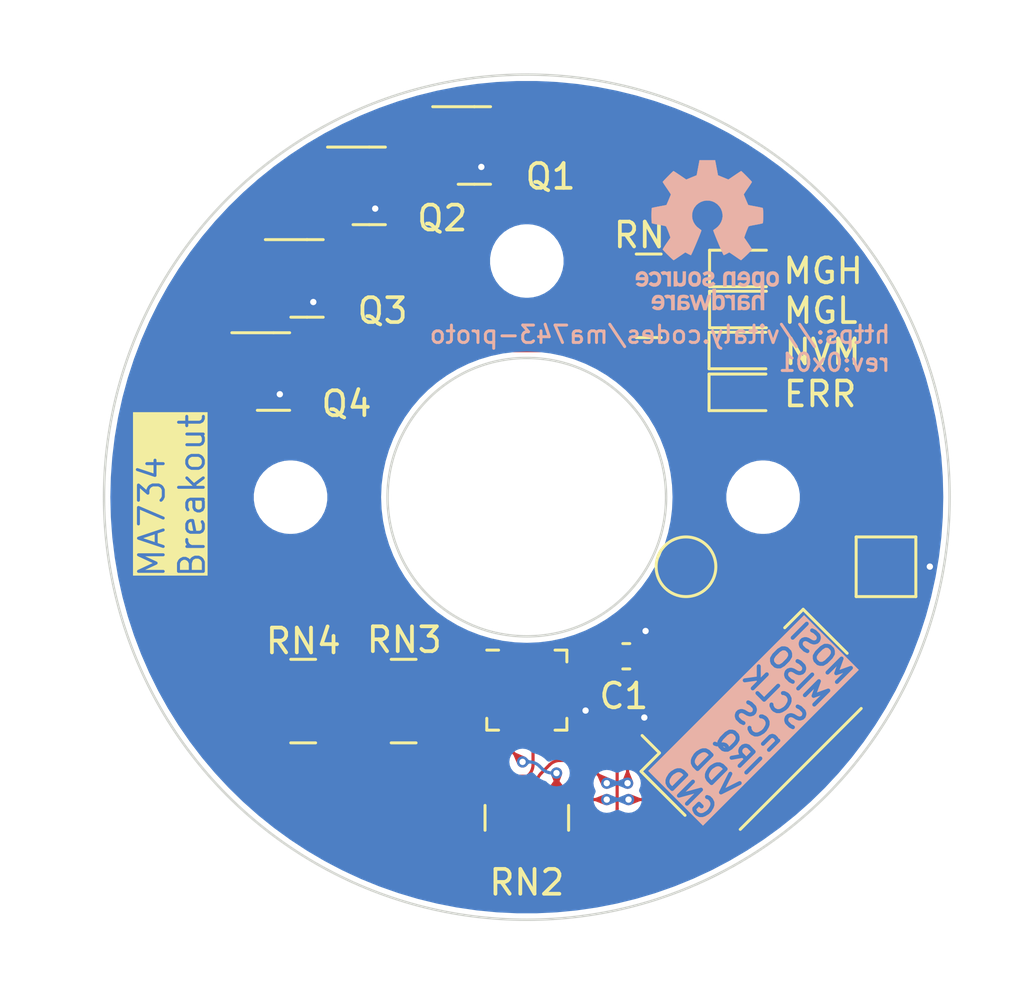
<source format=kicad_pcb>
(kicad_pcb (version 20221018) (generator pcbnew)
  (layers (0 "F.Cu" signal) (31 "B.Cu" signal) (34 "B.Paste" user) (35 "F.Paste" user) (36 "B.SilkS" user "B.Silkscreen") (37 "F.SilkS" user "F.Silkscreen") (38 "B.Mask" user) (39 "F.Mask" user) (44 "Edge.Cuts" user))
  (net 0 "")
  (net 1 "VDD")
  (net 2 "GND")
  (net 3 "Net-(D1-K)")
  (net 4 "Net-(D2-K)")
  (net 5 "Net-(D3-K)")
  (net 6 "Net-(D4-K)")
  (net 7 "Net-(J1-Pin_3)")
  (net 8 "Net-(J1-Pin_4)")
  (net 9 "Net-(J1-Pin_5)")
  (net 10 "Net-(J1-Pin_6)")
  (net 11 "Net-(J1-Pin_7)")
  (net 12 "Net-(Q1-G)")
  (net 13 "Net-(Q1-D)")
  (net 14 "Net-(Q2-G)")
  (net 15 "Net-(Q2-D)")
  (net 16 "Net-(Q3-G)")
  (net 17 "Net-(Q3-D)")
  (net 18 "Net-(Q4-G)")
  (net 19 "Net-(Q4-D)")
  (net 20 "Net-(RN2-R1.1)")
  (net 21 "Net-(RN2-R2.1)")
  (net 22 "Net-(RN2-R3.1)")
  (net 23 "Net-(RN2-R4.1)")
  (net 25 "Net-(RN3-R2.1)")
  (net 26 "Net-(RN3-R3.1)")
  (net 27 "Net-(RN3-R4.1)")
  (net 28 "Net-(RN3-R3.2)")
  (net 29 "Net-(RN3-R2.2)")
  (net 31 "Net-(RN4-R4.2)")
  (net 32 "Net-(RN4-R3.2)")
  (footprint "Package_DFN_QFN:QFN-16-1EP_3x3mm_P0.5mm_EP1.75x1.75mm" (layer "F.Cu") (at 100 107.7625)
    (fp_text reference "U1" hide)
    (fp_text value "MA734")
    (pad "1" smd roundrect (at -1.4625 -0.75) (size 0.775 0.25) (layers "F.Cu" "F.Paste" "F.Mask") (net 27 "Net-(RN3-R4.1)"))
    (pad "2" smd roundrect (at -1.4625 -0.25) (size 0.775 0.25) (layers "F.Cu" "F.Paste" "F.Mask") (net 26 "Net-(RN3-R3.1)"))
    (pad "3" smd roundrect (at -1.4625 0.25) (size 0.775 0.25) (layers "F.Cu" "F.Paste" "F.Mask") (net 25 "Net-(RN3-R2.1)"))
    (pad "4" smd roundrect (at -1.4625 0.75) (size 0.775 0.25) (layers "F.Cu" "F.Paste" "F.Mask") (net 23 "Net-(RN2-R4.1)"))
    (pad "5" smd roundrect (at -0.75 1.4625) (size 0.25 0.775) (layers "F.Cu" "F.Paste" "F.Mask") (net 20 "Net-(RN2-R1.1)"))
    (pad "6" smd roundrect (at -0.25 1.4625) (size 0.25 0.775) (layers "F.Cu" "F.Paste" "F.Mask"))
    (pad "7" smd roundrect (at 0.25 1.4625) (size 0.25 0.775) (layers "F.Cu" "F.Paste" "F.Mask") (net 22 "Net-(RN2-R3.1)"))
    (pad "8" smd roundrect (at 0.75 1.4625) (size 0.25 0.775) (layers "F.Cu" "F.Paste" "F.Mask") (net 2 "GND"))
    (pad "9" smd roundrect (at 1.4625 0.75) (size 0.775 0.25) (layers "F.Cu" "F.Paste" "F.Mask"))
    (pad "10" smd roundrect (at 1.4625 0.25) (size 0.775 0.25) (layers "F.Cu" "F.Paste" "F.Mask") (net 2 "GND"))
    (pad "11" smd roundrect (at 1.4625 -0.25) (size 0.775 0.25) (layers "F.Cu" "F.Paste" "F.Mask") (net 32 "Net-(RN4-R3.2)"))
    (pad "12" smd roundrect (at 1.4625 -0.75) (size 0.775 0.25) (layers "F.Cu" "F.Paste" "F.Mask") (net 21 "Net-(RN2-R2.1)"))
    (pad "13" smd roundrect (at 0.75 -1.4625) (size 0.25 0.775) (layers "F.Cu" "F.Paste" "F.Mask") (net 1 "VDD"))
    (pad "14" smd roundrect (at 0.25 -1.4625) (size 0.25 0.775) (layers "F.Cu" "F.Paste" "F.Mask"))
    (pad "15" smd roundrect (at -0.25 -1.4625) (size 0.25 0.775) (layers "F.Cu" "F.Paste" "F.Mask"))
    (pad "16" smd roundrect (at -0.75 -1.4625) (size 0.25 0.775) (layers "F.Cu" "F.Paste" "F.Mask") (net 31 "Net-(RN4-R4.2)"))
    (pad "17" smd rect (at 0 0) (size 1.75 1.75) (layers "F.Cu" "F.Mask"))
  )
  (footprint "MountingHole:MountingHole_2.7mm_M2.5_DIN965" (layer "F.Cu") (at 109.5 100)
    (fp_text reference "REF**" hide)
    (fp_text value "MountingHole_2.7mm_M2.5_DIN965" hide)
    (pad "" np_thru_hole circle (at 0 0) (size 2.7 2.7) (drill 2.7) (layers "*.Cu" "*.Mask"))
  )
  (footprint "MountingHole:MountingHole_2.7mm_M2.5_DIN965" (layer "F.Cu") (at 100 90.5)
    (fp_text reference "REF**" hide)
    (fp_text value "MountingHole_2.7mm_M2.5_DIN965" hide)
    (pad "" np_thru_hole circle (at 0 0) (size 2.7 2.7) (drill 2.7) (layers "*.Cu" "*.Mask"))
  )
  (footprint "Resistor_SMD:R_Array_Convex_4x0603" (layer "F.Cu") (at 95.0468 108.204 180)
    (fp_text reference "RN3" (at -0.0254 2.4638 180) (layer "F.SilkS"))
    (fp_text value "190Ω")
    (pad "1" smd rect (at -0.9 -1.2 180) (size 0.8 0.5) (layers "F.Cu" "F.Paste" "F.Mask"))
    (pad "2" smd rect (at -0.9 -0.4 180) (size 0.8 0.4) (layers "F.Cu" "F.Paste" "F.Mask") (net 25 "Net-(RN3-R2.1)"))
    (pad "3" smd rect (at -0.9 0.4 180) (size 0.8 0.4) (layers "F.Cu" "F.Paste" "F.Mask") (net 26 "Net-(RN3-R3.1)"))
    (pad "4" smd rect (at -0.9 1.2 180) (size 0.8 0.5) (layers "F.Cu" "F.Paste" "F.Mask") (net 27 "Net-(RN3-R4.1)"))
    (pad "5" smd rect (at 0.9 1.2 180) (size 0.8 0.5) (layers "F.Cu" "F.Paste" "F.Mask") (net 7 "Net-(J1-Pin_3)"))
    (pad "6" smd rect (at 0.9 0.4 180) (size 0.8 0.4) (layers "F.Cu" "F.Paste" "F.Mask") (net 28 "Net-(RN3-R3.2)"))
    (pad "7" smd rect (at 0.9 -0.4 180) (size 0.8 0.4) (layers "F.Cu" "F.Paste" "F.Mask") (net 29 "Net-(RN3-R2.2)"))
    (pad "8" smd rect (at 0.9 -1.2 180) (size 0.8 0.5) (layers "F.Cu" "F.Paste" "F.Mask"))
  )
  (footprint "LED_SMD:LED_0603_1608Metric" (layer "F.Cu") (at 108.8324 92.4504)
    (fp_text reference "D2" hide)
    (fp_text value "MGL" (at 2.9801 0.0496) (layer "F.SilkS"))
    (pad "1" smd roundrect (at -0.7875 0) (size 0.875 0.95) (layers "F.Cu" "F.Paste" "F.Mask") (net 4 "Net-(D2-K)"))
    (pad "2" smd roundrect (at 0.7875 0) (size 0.875 0.95) (layers "F.Cu" "F.Paste" "F.Mask") (net 1 "VDD"))
  )
  (footprint "LED_SMD:LED_0603_1608Metric" (layer "F.Cu") (at 108.8125 94.1)
    (fp_text reference "D3" hide)
    (fp_text value "NVM" (at 3.0801 0.0596) (layer "F.SilkS"))
    (pad "1" smd roundrect (at -0.7875 0) (size 0.875 0.95) (layers "F.Cu" "F.Paste" "F.Mask") (net 5 "Net-(D3-K)"))
    (pad "2" smd roundrect (at 0.7875 0) (size 0.875 0.95) (layers "F.Cu" "F.Paste" "F.Mask") (net 1 "VDD"))
  )
  (footprint "LED_SMD:LED_0603_1608Metric" (layer "F.Cu") (at 108.8324 90.8)
    (fp_text reference "D1" hide)
    (fp_text value "MGH" (at 3.0801 0.1) (layer "F.SilkS"))
    (pad "1" smd roundrect (at -0.7875 0) (size 0.875 0.95) (layers "F.Cu" "F.Paste" "F.Mask") (net 3 "Net-(D1-K)"))
    (pad "2" smd roundrect (at 0.7875 0) (size 0.875 0.95) (layers "F.Cu" "F.Paste" "F.Mask") (net 1 "VDD"))
  )
  (footprint "Connector_JST:JST_SH_SM07B-SRSS-TB_1x07-1MP_P1.00mm_Horizontal" (layer "F.Cu") (at 109.114734 109.033616 45)
    (fp_text reference "J1" hide)
    (fp_text value "Control")
    (pad "1" smd roundrect (at -3 -2 45) (size 0.6 1.55) (layers "F.Cu" "F.Paste" "F.Mask") (net 2 "GND"))
    (pad "2" smd roundrect (at -2 -2 45) (size 0.6 1.55) (layers "F.Cu" "F.Paste" "F.Mask") (net 1 "VDD"))
    (pad "3" smd roundrect (at -1 -2 45) (size 0.6 1.55) (layers "F.Cu" "F.Paste" "F.Mask") (net 7 "Net-(J1-Pin_3)"))
    (pad "4" smd roundrect (at 0 -2 45) (size 0.6 1.55) (layers "F.Cu" "F.Paste" "F.Mask") (net 8 "Net-(J1-Pin_4)"))
    (pad "5" smd roundrect (at 1 -2 45) (size 0.6 1.55) (layers "F.Cu" "F.Paste" "F.Mask") (net 9 "Net-(J1-Pin_5)"))
    (pad "6" smd roundrect (at 2 -2 45) (size 0.6 1.55) (layers "F.Cu" "F.Paste" "F.Mask") (net 10 "Net-(J1-Pin_6)"))
    (pad "7" smd roundrect (at 3 -2 45) (size 0.6 1.55) (layers "F.Cu" "F.Paste" "F.Mask") (net 11 "Net-(J1-Pin_7)"))
    (pad "MP" smd roundrect (at -4.3 1.875 45) (size 1.2 1.8) (layers "F.Cu" "F.Paste" "F.Mask") (roundrect_rratio 0.2083333333))
    (pad "MP" smd roundrect (at 4.3 1.875 45) (size 1.2 1.8) (layers "F.Cu" "F.Paste" "F.Mask") (roundrect_rratio 0.2083333333))
  )
  (footprint "Capacitor_SMD:C_0603_1608Metric" (layer "F.Cu") (at 104 106.4)
    (fp_text reference "C1" (at -0.1 1.6) (layer "F.SilkS"))
    (fp_text value "10uF")
    (pad "1" smd roundrect (at -0.775 0) (size 0.9 0.95) (layers "F.Cu" "F.Paste" "F.Mask") (net 1 "VDD"))
    (pad "2" smd roundrect (at 0.775 0) (size 0.9 0.95) (layers "F.Cu" "F.Paste" "F.Mask") (net 2 "GND"))
  )
  (footprint "Resistor_SMD:R_Array_Convex_4x0603" (layer "F.Cu") (at 104.9 91.9 180)
    (fp_text reference "RN1" (at -0.1036 2.4412 180) (layer "F.SilkS"))
    (fp_text value "190Ω")
    (pad "1" smd rect (at -0.9 -1.2 180) (size 0.8 0.5) (layers "F.Cu" "F.Paste" "F.Mask") (net 6 "Net-(D4-K)"))
    (pad "2" smd rect (at -0.9 -0.4 180) (size 0.8 0.4) (layers "F.Cu" "F.Paste" "F.Mask") (net 5 "Net-(D3-K)"))
    (pad "3" smd rect (at -0.9 0.4 180) (size 0.8 0.4) (layers "F.Cu" "F.Paste" "F.Mask") (net 4 "Net-(D2-K)"))
    (pad "4" smd rect (at -0.9 1.2 180) (size 0.8 0.5) (layers "F.Cu" "F.Paste" "F.Mask") (net 3 "Net-(D1-K)"))
    (pad "5" smd rect (at 0.9 1.2 180) (size 0.8 0.5) (layers "F.Cu" "F.Paste" "F.Mask") (net 13 "Net-(Q1-D)"))
    (pad "6" smd rect (at 0.9 0.4 180) (size 0.8 0.4) (layers "F.Cu" "F.Paste" "F.Mask") (net 15 "Net-(Q2-D)"))
    (pad "7" smd rect (at 0.9 -0.4 180) (size 0.8 0.4) (layers "F.Cu" "F.Paste" "F.Mask") (net 17 "Net-(Q3-D)"))
    (pad "8" smd rect (at 0.9 -1.2 180) (size 0.8 0.5) (layers "F.Cu" "F.Paste" "F.Mask") (net 19 "Net-(Q4-D)"))
  )
  (footprint "Package_TO_SOT_SMD:SOT-23" (layer "F.Cu") (at 91.1625 91.2)
    (fp_text reference "Q3" (at 3.0375 1.3) (layer "F.SilkS"))
    (fp_text value "PMV15ENEA")
    (pad "1" smd roundrect (at -0.9375 -0.95) (size 1.475 0.6) (layers "F.Cu" "F.Paste" "F.Mask") (net 16 "Net-(Q3-G)"))
    (pad "2" smd roundrect (at -0.9375 0.95) (size 1.475 0.6) (layers "F.Cu" "F.Paste" "F.Mask") (net 2 "GND"))
    (pad "3" smd roundrect (at 0.9375 0) (size 1.475 0.6) (layers "F.Cu" "F.Paste" "F.Mask") (net 17 "Net-(Q3-D)"))
  )
  (footprint "Resistor_SMD:R_Array_Convex_4x0603" (layer "F.Cu") (at 91.0082 108.204)
    (fp_text reference "RN4" (at 0.005082 -2.413 180) (layer "F.SilkS"))
    (fp_text value "10KΩ")
    (pad "1" smd rect (at -0.9 -1.2) (size 0.8 0.5) (layers "F.Cu" "F.Paste" "F.Mask") (net 18 "Net-(Q4-G)"))
    (pad "2" smd rect (at -0.9 -0.4) (size 0.8 0.4) (layers "F.Cu" "F.Paste" "F.Mask") (net 16 "Net-(Q3-G)"))
    (pad "3" smd rect (at -0.9 0.4) (size 0.8 0.4) (layers "F.Cu" "F.Paste" "F.Mask") (net 14 "Net-(Q2-G)"))
    (pad "4" smd rect (at -0.9 1.2) (size 0.8 0.5) (layers "F.Cu" "F.Paste" "F.Mask") (net 12 "Net-(Q1-G)"))
    (pad "5" smd rect (at 0.9 1.2) (size 0.8 0.5) (layers "F.Cu" "F.Paste" "F.Mask") (net 31 "Net-(RN4-R4.2)"))
    (pad "6" smd rect (at 0.9 0.4) (size 0.8 0.4) (layers "F.Cu" "F.Paste" "F.Mask") (net 32 "Net-(RN4-R3.2)"))
    (pad "7" smd rect (at 0.9 -0.4) (size 0.8 0.4) (layers "F.Cu" "F.Paste" "F.Mask") (net 29 "Net-(RN3-R2.2)"))
    (pad "8" smd rect (at 0.9 -1.2) (size 0.8 0.5) (layers "F.Cu" "F.Paste" "F.Mask") (net 28 "Net-(RN3-R3.2)"))
  )
  (footprint "Package_TO_SOT_SMD:SOT-23" (layer "F.Cu") (at 93.6625 87.4776)
    (fp_text reference "Q2" (at 2.9375 1.3 180) (layer "F.SilkS"))
    (fp_text value "PMV15ENEA")
    (pad "1" smd roundrect (at -0.9375 -0.95) (size 1.475 0.6) (layers "F.Cu" "F.Paste" "F.Mask") (net 14 "Net-(Q2-G)"))
    (pad "2" smd roundrect (at -0.9375 0.95) (size 1.475 0.6) (layers "F.Cu" "F.Paste" "F.Mask") (net 2 "GND"))
    (pad "3" smd roundrect (at 0.9375 0) (size 1.475 0.6) (layers "F.Cu" "F.Paste" "F.Mask") (net 15 "Net-(Q2-D)"))
  )
  (footprint "TestPoint:TestPoint_Pad_2.0x2.0mm" (layer "F.Cu") (at 114.441833 102.8)
    (fp_text reference "TP2" hide)
    (fp_text value "GND" hide)
    (pad "1" smd rect (at 0 0) (size 2 2) (layers "F.Cu" "F.Mask") (net 2 "GND"))
  )
  (footprint "Package_TO_SOT_SMD:SOT-23" (layer "F.Cu") (at 97.8916 85.852)
    (fp_text reference "Q1" (at 3.0625 1.25 180) (layer "F.SilkS"))
    (fp_text value "PMV15ENEA")
    (pad "1" smd roundrect (at -0.9375 -0.95) (size 1.475 0.6) (layers "F.Cu" "F.Paste" "F.Mask") (net 12 "Net-(Q1-G)"))
    (pad "2" smd roundrect (at -0.9375 0.95) (size 1.475 0.6) (layers "F.Cu" "F.Paste" "F.Mask") (net 2 "GND"))
    (pad "3" smd roundrect (at 0.9375 0) (size 1.475 0.6) (layers "F.Cu" "F.Paste" "F.Mask") (net 13 "Net-(Q1-D)"))
  )
  (footprint "Package_TO_SOT_SMD:SOT-23" (layer "F.Cu") (at 89.8144 94.9452)
    (fp_text reference "Q4" (at 2.9375 1.3) (layer "F.SilkS"))
    (fp_text value "PMV15ENEA")
    (pad "1" smd roundrect (at -0.9375 -0.95) (size 1.475 0.6) (layers "F.Cu" "F.Paste" "F.Mask") (net 18 "Net-(Q4-G)"))
    (pad "2" smd roundrect (at -0.9375 0.95) (size 1.475 0.6) (layers "F.Cu" "F.Paste" "F.Mask") (net 2 "GND"))
    (pad "3" smd roundrect (at 0.9375 0) (size 1.475 0.6) (layers "F.Cu" "F.Paste" "F.Mask") (net 19 "Net-(Q4-D)"))
  )
  (footprint "Resistor_SMD:R_Array_Convex_4x0603" (layer "F.Cu") (at 100 112.9 -90)
    (fp_text reference "RN2" (at 2.6 0 -180) (layer "F.SilkS"))
    (fp_text value "190Ω")
    (pad "1" smd rect (at -0.9 -1.2 270) (size 0.8 0.5) (layers "F.Cu" "F.Paste" "F.Mask") (net 20 "Net-(RN2-R1.1)"))
    (pad "2" smd rect (at -0.9 -0.4 270) (size 0.8 0.4) (layers "F.Cu" "F.Paste" "F.Mask") (net 21 "Net-(RN2-R2.1)"))
    (pad "3" smd rect (at -0.9 0.4 270) (size 0.8 0.4) (layers "F.Cu" "F.Paste" "F.Mask") (net 22 "Net-(RN2-R3.1)"))
    (pad "4" smd rect (at -0.9 1.2 270) (size 0.8 0.5) (layers "F.Cu" "F.Paste" "F.Mask") (net 23 "Net-(RN2-R4.1)"))
    (pad "5" smd rect (at 0.9 1.2 270) (size 0.8 0.5) (layers "F.Cu" "F.Paste" "F.Mask") (net 11 "Net-(J1-Pin_7)"))
    (pad "6" smd rect (at 0.9 0.4 270) (size 0.8 0.4) (layers "F.Cu" "F.Paste" "F.Mask") (net 10 "Net-(J1-Pin_6)"))
    (pad "7" smd rect (at 0.9 -0.4 270) (size 0.8 0.4) (layers "F.Cu" "F.Paste" "F.Mask") (net 9 "Net-(J1-Pin_5)"))
    (pad "8" smd rect (at 0.9 -1.2 270) (size 0.8 0.5) (layers "F.Cu" "F.Paste" "F.Mask") (net 8 "Net-(J1-Pin_4)"))
  )
  (footprint "MountingHole:MountingHole_2.7mm_M2.5_DIN965" (layer "F.Cu") (at 90.5 100)
    (fp_text reference "REF**" hide)
    (fp_text value "MountingHole_2.7mm_M2.5_DIN965" hide)
    (pad "" np_thru_hole circle (at 0 0) (size 2.7 2.7) (drill 2.7) (layers "*.Cu" "*.Mask"))
  )
  (footprint "TestPoint:TestPoint_Pad_D2.0mm" (layer "F.Cu") (at 106.4 102.8)
    (fp_text reference "TP1" hide)
    (fp_text value "VDD" hide)
    (pad "1" smd circle (at 0 0) (size 2 2) (layers "F.Cu" "F.Mask") (net 1 "VDD"))
  )
  (footprint "LED_SMD:LED_0603_1608Metric" (layer "F.Cu") (at 108.8125 95.7834)
    (fp_text reference "D4" hide)
    (fp_text value "ERR" (at 2.9801 0.0696) (layer "F.SilkS"))
    (pad "1" smd roundrect (at -0.7875 0) (size 0.875 0.95) (layers "F.Cu" "F.Paste" "F.Mask") (net 6 "Net-(D4-K)"))
    (pad "2" smd roundrect (at 0.7875 0) (size 0.875 0.95) (layers "F.Cu" "F.Paste" "F.Mask") (net 1 "VDD"))
  )
  (footprint "Symbol:OSHW-Logo_5.7x6mm_SilkScreen" (layer "B.Cu") (at 107.2642 89.4588 180)
    (fp_text reference "REF**" hide)
    (fp_text value "OSHW-Logo_5.7x6mm_SilkScreen" hide)
  )
  (gr_circle (center 100 100) (end 105.6 100) (stroke (width 0.1)) (fill none) (layer "Edge.Cuts"))
  (gr_circle (center 100 100) (end 117 100) (stroke (width 0.1)) (fill none) (layer "Edge.Cuts"))
  (gr_text "https://vitaly.codes/ma743-proto\nrev:0x01" (at 114.681 94.996) (layer "B.SilkS") (effects (font (size 0.7 0.7) (thickness 0.12) bold) (justify left bottom mirror)))
  (gr_text "MOSI\nMISO\nSCLK\nnCS\nIRQ\nVDD\nGND" (at 107.1372 113.1824 315) (layer "B.SilkS" knockout) (effects (font (size 0.8 0.8) (thickness 0.16) bold) (justify left bottom mirror)))
  (gr_text "MA734\nBreakout" (at 87.122 103.3018 90) (layer "F.SilkS" knockout) (effects (font (size 1 1) (thickness 0.12) bold) (justify left bottom)))
  (segment (start 106.4 98.848528) (end 106.4 102.8) (width 0.3) (layer "F.Cu") (net 1))
  (segment (start 105.228427 107.975736) (end 106.286307 109.033616) (width 0.3) (layer "F.Cu") (net 1))
  (segment (start 109.6 95.7834) (end 109.598366 95.785034) (width 0.3) (layer "F.Cu") (net 1))
  (segment (start 108.920272 97.2312) (end 108.017328 97.2312) (width 0.3) (layer "F.Cu") (net 1))
  (segment (start 109.598366 95.785034) (end 109.598366 96.630249) (width 0.3) (layer "F.Cu") (net 1))
  (segment (start 107.593064 97.406936) (end 106.575736 98.424264) (width 0.3) (layer "F.Cu") (net 1))
  (segment (start 109.6199 90.8) (end 109.6199 92.4504) (width 0.3) (layer "F.Cu") (net 1))
  (segment (start 106.4 102.8) (end 106.363528 102.8) (width 0.3) (layer "F.Cu") (net 1))
  (segment (start 103.225 105.938528) (end 103.225 106.4) (width 0.3) (layer "F.Cu") (net 1))
  (segment (start 105.939264 102.975736) (end 103.400736 105.514264) (width 0.3) (layer "F.Cu") (net 1))
  (segment (start 103.400736 107.400736) (end 103.624264 107.624264) (width 0.3) (layer "F.Cu") (net 1))
  (segment (start 103.225 106.4) (end 103.225 106.976472) (width 0.3) (layer "F.Cu") (net 1))
  (segment (start 109.424264 96.975736) (end 109.344536 97.055464) (width 0.3) (layer "F.Cu") (net 1))
  (segment (start 109.6199 94.0801) (end 109.6 94.1) (width 0.3) (layer "F.Cu") (net 1))
  (segment (start 109.6 94.1) (end 109.6 95.7834) (width 0.3) (layer "F.Cu") (net 1))
  (segment (start 104.048528 107.8) (end 104.804163 107.8) (width 0.3) (layer "F.Cu") (net 1))
  (segment (start 103.125 106.3) (end 103.225 106.4) (width 0.127) (layer "F.Cu") (net 1))
  (segment (start 100.75 106.3) (end 103.125 106.3) (width 0.3) (layer "F.Cu") (net 1))
  (segment (start 109.6199 92.4504) (end 109.6199 94.0801) (width 0.3) (layer "F.Cu") (net 1))
  (arc (start 103.400736 105.514264) (mid 103.270672 105.708918) (end 103.225 105.938528) (width 0.3) (layer "F.Cu") (net 1))
  (arc (start 109.598366 96.630249) (mid 109.538116 96.816843) (end 109.424264 96.975736) (width 0.3) (layer "F.Cu") (net 1))
  (arc (start 106.575736 98.424264) (mid 106.445672 98.618918) (end 106.4 98.848528) (width 0.3) (layer "F.Cu") (net 1))
  (arc (start 104.804163 107.8) (mid 105.033773 107.845672) (end 105.228427 107.975736) (width 0.3) (layer "F.Cu") (net 1))
  (arc (start 109.344536 97.055464) (mid 109.149882 97.185528) (end 108.920272 97.2312) (width 0.3) (layer "F.Cu") (net 1))
  (arc (start 104.048528 107.8) (mid 103.818918 107.754328) (end 103.624264 107.624264) (width 0.3) (layer "F.Cu") (net 1))
  (arc (start 106.363528 102.8) (mid 106.133918 102.845672) (end 105.939264 102.975736) (width 0.3) (layer "F.Cu") (net 1))
  (arc (start 103.400736 107.400736) (mid 103.270672 107.206082) (end 103.225 106.976472) (width 0.3) (layer "F.Cu") (net 1))
  (arc (start 108.017328 97.2312) (mid 107.787718 97.276872) (end 107.593064 97.406936) (width 0.3) (layer "F.Cu") (net 1))
  (segment (start 102.362 108.971472) (end 102.289208 109.044264) (width 0.3) (layer "F.Cu") (net 2))
  (segment (start 104.775 106.4) (end 104.775 105.3846) (width 0.3) (layer "F.Cu") (net 2))
  (segment (start 104.7242 108.8644) (end 104.7242 108.885723) (width 0.3) (layer "F.Cu") (net 2))
  (segment (start 116.1988 102.8) (end 114.441833 102.8) (width 0.3) (layer "F.Cu") (net 2))
  (segment (start 102.362 108.585) (end 102.362 108.206292) (width 0.3) (layer "F.Cu") (net 2))
  (segment (start 100.75 109.225) (end 100.755 109.22) (width 0.127) (layer "F.Cu") (net 2))
  (segment (start 101.921972 108.0125) (end 101.4625 108.0125) (width 0.3) (layer "F.Cu") (net 2))
  (segment (start 90.0684 95.8596) (end 90.0328 95.8952) (width 0.3) (layer "F.Cu") (net 2))
  (segment (start 98.0846 86.802) (end 96.9541 86.802) (width 0.3) (layer "F.Cu") (net 2))
  (segment (start 90.225 92.15) (end 91.4146 92.15) (width 0.3) (layer "F.Cu") (net 2))
  (segment (start 92.862 88.392) (end 92.735 88.265) (width 0.3) (layer "F.Cu") (net 2))
  (segment (start 93.9038 88.392) (end 92.862 88.392) (width 0.3) (layer "F.Cu") (net 2))
  (segment (start 90.0328 95.8952) (end 88.8769 95.8952) (width 0.3) (layer "F.Cu") (net 2))
  (segment (start 116.205 102.7938) (end 116.1988 102.8) (width 0.3) (layer "F.Cu") (net 2))
  (segment (start 101.864944 109.22) (end 100.755 109.22) (width 0.3) (layer "F.Cu") (net 2))
  (segment (start 102.362 108.585) (end 102.362 108.971472) (width 0.3) (layer "F.Cu") (net 2))
  (segment (start 102.362 108.206292) (end 102.289386 108.133678) (width 0.3) (layer "F.Cu") (net 2))
  (segment (start 98.171 86.7156) (end 98.0846 86.802) (width 0.3) (layer "F.Cu") (net 2))
  (segment (start 104.7242 108.885723) (end 105.5792 109.740723) (width 0.3) (layer "F.Cu") (net 2))
  (via (at 116.205 102.7938) (size 0.4572) (drill 0.254) (layers "F.Cu" "B.Cu") (net 2))
  (via (at 93.9038 88.392) (size 0.4572) (drill 0.254) (layers "F.Cu" "B.Cu") (net 2))
  (via (at 102.362 108.585) (size 0.5) (drill 0.254) (layers "F.Cu" "B.Cu") (net 2))
  (via (at 91.4146 92.15) (size 0.4572) (drill 0.254) (layers "F.Cu" "B.Cu") (net 2))
  (via (at 104.775 105.3846) (size 0.4572) (drill 0.254) (layers "F.Cu" "B.Cu") (net 2))
  (via (at 98.171 86.7156) (size 0.4572) (drill 0.254) (layers "F.Cu" "B.Cu") (net 2))
  (via (at 104.7242 108.8644) (size 0.4572) (drill 0.254) (layers "F.Cu" "B.Cu") (net 2))
  (via (at 90.0684 95.8596) (size 0.4572) (drill 0.254) (layers "F.Cu" "B.Cu") (net 2))
  (arc (start 102.289208 109.044264) (mid 102.094554 109.174328) (end 101.864944 109.22) (width 0.3) (layer "F.Cu") (net 2))
  (arc (start 102.289386 108.133678) (mid 102.11484 108.044334) (end 101.921972 108.0125) (width 0.3) (layer "F.Cu") (net 2))
  (segment (start 108.0449 90.8) (end 107.9449 90.7) (width 0.127) (layer "F.Cu") (net 3))
  (segment (start 107.9449 90.7) (end 105.8 90.7) (width 0.127) (layer "F.Cu") (net 3))
  (segment (start 105.8 91.5) (end 106.251472 91.5) (width 0.127) (layer "F.Cu") (net 4))
  (segment (start 107.698928 92.4504) (end 108.0449 92.4504) (width 0.127) (layer "F.Cu") (net 4))
  (segment (start 106.675736 91.675736) (end 107.274664 92.274664) (width 0.127) (layer "F.Cu") (net 4))
  (arc (start 106.675736 91.675736) (mid 106.481082 91.545672) (end 106.251472 91.5) (width 0.127) (layer "F.Cu") (net 4))
  (arc (start 107.274664 92.274664) (mid 107.469318 92.404728) (end 107.698928 92.4504) (width 0.127) (layer "F.Cu") (net 4))
  (segment (start 106.675736 92.475736) (end 107.849264 93.649264) (width 0.127) (layer "F.Cu") (net 5))
  (segment (start 105.8 92.3) (end 106.251472 92.3) (width 0.127) (layer "F.Cu") (net 5))
  (segment (start 108.025 94.073528) (end 108.025 94.1) (width 0.127) (layer "F.Cu") (net 5))
  (arc (start 108.025 94.073528) (mid 107.979328 93.843918) (end 107.849264 93.649264) (width 0.127) (layer "F.Cu") (net 5))
  (arc (start 106.675736 92.475736) (mid 106.481082 92.345672) (end 106.251472 92.3) (width 0.127) (layer "F.Cu") (net 5))
  (segment (start 106.675736 93.275736) (end 107.024264 93.624264) (width 0.127) (layer "F.Cu") (net 6))
  (segment (start 107.375736 95.075736) (end 108.025 95.725) (width 0.127) (layer "F.Cu") (net 6))
  (segment (start 108.025 95.725) (end 108.025 95.7834) (width 0.127) (layer "F.Cu") (net 6))
  (segment (start 105.8 93.1) (end 106.251472 93.1) (width 0.127) (layer "F.Cu") (net 6))
  (segment (start 107.2 94.048528) (end 107.2 94.651472) (width 0.127) (layer "F.Cu") (net 6))
  (arc (start 107.2 94.651472) (mid 107.245672 94.881082) (end 107.375736 95.075736) (width 0.127) (layer "F.Cu") (net 6))
  (arc (start 107.024264 93.624264) (mid 107.154328 93.818918) (end 107.2 94.048528) (width 0.127) (layer "F.Cu") (net 6))
  (arc (start 106.251472 93.1) (mid 106.481082 93.145672) (end 106.675736 93.275736) (width 0.127) (layer "F.Cu") (net 6))
  (segment (start 94.812 107.004) (end 94.1468 107.004) (width 0.127) (layer "F.Cu") (net 7))
  (segment (start 104.0892 112.1664) (end 105.296969 112.1664) (width 0.127) (layer "F.Cu") (net 7))
  (segment (start 105.721233 111.990664) (end 107.672664 110.039233) (width 0.127) (layer "F.Cu") (net 7))
  (segment (start 102.237064 112.342136) (end 101.978936 112.600264) (width 0.127) (layer "F.Cu") (net 7))
  (segment (start 101.554672 112.776) (end 96.057328 112.776) (width 0.127) (layer "F.Cu") (net 7))
  (segment (start 95.633064 112.600264) (end 95.222536 112.189736) (width 0.127) (layer "F.Cu") (net 7))
  (segment (start 107.672664 109.005759) (end 106.993414 108.326509) (width 0.127) (layer "F.Cu") (net 7))
  (segment (start 103.2134 112.1664) (end 102.661328 112.1664) (width 0.127) (layer "F.Cu") (net 7))
  (segment (start 94.871064 107.063064) (end 94.812 107.004) (width 0.127) (layer "F.Cu") (net 7))
  (segment (start 107.8484 109.614969) (end 107.8484 109.430023) (width 0.127) (layer "F.Cu") (net 7))
  (segment (start 95.0468 111.765472) (end 95.0468 107.487328) (width 0.127) (layer "F.Cu") (net 7))
  (via (at 104.0892 112.1664) (size 0.4572) (drill 0.254) (layers "F.Cu" "B.Cu") (net 7))
  (via (at 103.2134 112.1664) (size 0.4572) (drill 0.254) (layers "F.Cu" "B.Cu") (net 7))
  (arc (start 107.8484 109.430023) (mid 107.802728 109.200413) (end 107.672664 109.005759) (width 0.127) (layer "F.Cu") (net 7))
  (arc (start 105.721233 111.990664) (mid 105.526579 112.120728) (end 105.296969 112.1664) (width 0.127) (layer "F.Cu") (net 7))
  (arc (start 107.672664 110.039233) (mid 107.802728 109.844579) (end 107.8484 109.614969) (width 0.127) (layer "F.Cu") (net 7))
  (arc (start 101.554672 112.776) (mid 101.784282 112.730328) (end 101.978936 112.600264) (width 0.127) (layer "F.Cu") (net 7))
  (arc (start 95.222536 112.189736) (mid 95.092472 111.995082) (end 95.0468 111.765472) (width 0.127) (layer "F.Cu") (net 7))
  (arc (start 102.237064 112.342136) (mid 102.431718 112.212072) (end 102.661328 112.1664) (width 0.127) (layer "F.Cu") (net 7))
  (arc (start 96.057328 112.776) (mid 95.827718 112.730328) (end 95.633064 112.600264) (width 0.127) (layer "F.Cu") (net 7))
  (arc (start 94.871064 107.063064) (mid 95.001128 107.257718) (end 95.0468 107.487328) (width 0.127) (layer "F.Cu") (net 7))
  (segment (start 103.2134 112.1664) (end 104.0892 112.1664) (width 0.127) (layer "B.Cu") (net 7))
  (segment (start 101.2 113.8) (end 104.086672 113.8) (width 0.127) (layer "F.Cu") (net 8))
  (segment (start 108.536264 108.455146) (end 107.70052 107.619402) (width 0.127) (layer "F.Cu") (net 8))
  (segment (start 104.510936 113.624264) (end 108.536264 109.598936) (width 0.127) (layer "F.Cu") (net 8))
  (segment (start 108.712 109.174672) (end 108.712 108.87941) (width 0.127) (layer "F.Cu") (net 8))
  (arc (start 108.536264 109.598936) (mid 108.666328 109.404282) (end 108.712 109.174672) (width 0.127) (layer "F.Cu") (net 8))
  (arc (start 108.536264 108.455146) (mid 108.666328 108.6498) (end 108.712 108.87941) (width 0.127) (layer "F.Cu") (net 8))
  (arc (start 104.510936 113.624264) (mid 104.316282 113.754328) (end 104.086672 113.8) (width 0.127) (layer "F.Cu") (net 8))
  (segment (start 100.575736 114.748936) (end 100.6856 114.8588) (width 0.127) (layer "F.Cu") (net 9))
  (segment (start 109.4232 108.895272) (end 109.4232 108.147728) (width 0.127) (layer "F.Cu") (net 9))
  (segment (start 109.247464 107.723464) (end 108.436296 106.912296) (width 0.127) (layer "F.Cu") (net 9))
  (segment (start 108.436296 106.912296) (end 108.407627 106.912296) (width 0.127) (layer "F.Cu") (net 9))
  (segment (start 100.4 113.8) (end 100.4 114.324672) (width 0.127) (layer "F.Cu") (net 9))
  (segment (start 103.883936 114.683064) (end 109.247464 109.319536) (width 0.127) (layer "F.Cu") (net 9))
  (segment (start 100.6856 114.8588) (end 103.459672 114.8588) (width 0.127) (layer "F.Cu") (net 9))
  (arc (start 100.575736 114.748936) (mid 100.445672 114.554282) (end 100.4 114.324672) (width 0.127) (layer "F.Cu") (net 9))
  (arc (start 103.883936 114.683064) (mid 103.689282 114.813128) (end 103.459672 114.8588) (width 0.127) (layer "F.Cu") (net 9))
  (arc (start 109.4232 108.147728) (mid 109.377528 107.918118) (end 109.247464 107.723464) (width 0.127) (layer "F.Cu") (net 9))
  (arc (start 109.4232 108.895272) (mid 109.377528 109.124882) (end 109.247464 109.319536) (width 0.127) (layer "F.Cu") (net 9))
  (segment (start 103.637472 115.1636) (end 100.324528 115.1636) (width 0.127) (layer "F.Cu") (net 10))
  (segment (start 99.900264 114.987864) (end 99.775736 114.863336) (width 0.127) (layer "F.Cu") (net 10))
  (segment (start 109.982 107.320983) (end 109.982 108.819072) (width 0.127) (layer "F.Cu") (net 10))
  (segment (start 99.6 114.439072) (end 99.6 113.8) (width 0.127) (layer "F.Cu") (net 10))
  (segment (start 109.114734 106.205189) (end 109.806264 106.896719) (width 0.127) (layer "F.Cu") (net 10))
  (segment (start 109.806264 109.243336) (end 104.061736 114.987864) (width 0.127) (layer "F.Cu") (net 10))
  (arc (start 99.6 114.439072) (mid 99.645672 114.668682) (end 99.775736 114.863336) (width 0.127) (layer "F.Cu") (net 10))
  (arc (start 109.806264 109.243336) (mid 109.936328 109.048682) (end 109.982 108.819072) (width 0.127) (layer "F.Cu") (net 10))
  (arc (start 104.061736 114.987864) (mid 103.867082 115.117928) (end 103.637472 115.1636) (width 0.127) (layer "F.Cu") (net 10))
  (arc (start 100.324528 115.1636) (mid 100.094918 115.117928) (end 99.900264 114.987864) (width 0.127) (layer "F.Cu") (net 10))
  (arc (start 109.806264 106.896719) (mid 109.936328 107.091373) (end 109.982 107.320983) (width 0.127) (layer "F.Cu") (net 10))
  (segment (start 103.739072 115.5192) (end 99.765728 115.5192) (width 0.127) (layer "F.Cu") (net 11))
  (segment (start 107.416805 114.934795) (end 104.820533 114.934795) (width 0.127) (layer "F.Cu") (net 11))
  (segment (start 112.447864 109.954536) (end 107.587106 114.815294) (width 0.127) (layer "F.Cu") (net 11))
  (segment (start 112.6236 108.548369) (end 112.6236 109.530272) (width 0.127) (layer "F.Cu") (net 11))
  (segment (start 104.396269 115.110531) (end 104.163336 115.343464) (width 0.127) (layer "F.Cu") (net 11))
  (segment (start 107.428756 114.928886) (end 107.416805 114.934795) (width 0.127) (layer "F.Cu") (net 11))
  (segment (start 109.821841 105.498082) (end 112.447864 108.124105) (width 0.127) (layer "F.Cu") (net 11))
  (segment (start 99.341464 115.343464) (end 98.975736 114.977736) (width 0.127) (layer "F.Cu") (net 11))
  (segment (start 98.8 114.553472) (end 98.8 113.8) (width 0.127) (layer "F.Cu") (net 11))
  (arc (start 112.447864 108.124105) (mid 112.577928 108.318759) (end 112.6236 108.548369) (width 0.127) (layer "F.Cu") (net 11))
  (arc (start 104.820533 114.934795) (mid 104.590923 114.980467) (end 104.396269 115.110531) (width 0.127) (layer "F.Cu") (net 11))
  (arc (start 99.765728 115.5192) (mid 99.536118 115.473528) (end 99.341464 115.343464) (width 0.127) (layer "F.Cu") (net 11))
  (arc (start 107.587106 114.815294) (mid 107.512574 114.878562) (end 107.428756 114.928886) (width 0.127) (layer "F.Cu") (net 11))
  (arc (start 112.447864 109.954536) (mid 112.577928 109.759882) (end 112.6236 109.530272) (width 0.127) (layer "F.Cu") (net 11))
  (arc (start 98.975736 114.977736) (mid 98.845672 114.783082) (end 98.8 114.553472) (width 0.127) (layer "F.Cu") (net 11))
  (arc (start 103.739072 115.5192) (mid 103.968682 115.473528) (end 104.163336 115.343464) (width 0.127) (layer "F.Cu") (net 11))
  (segment (start 85.5472 92.374328) (end 85.5472 105.263072) (width 0.127) (layer "F.Cu") (net 12))
  (segment (start 93.909272 85.471) (end 92.450528 85.471) (width 0.127) (layer "F.Cu") (net 12))
  (segment (start 85.722936 105.687336) (end 89.263864 109.228264) (width 0.127) (layer "F.Cu") (net 12))
  (segment (start 96.9541 84.902) (end 94.975328 84.902) (width 0.127) (layer "F.Cu") (net 12))
  (segment (start 89.688128 109.404) (end 90.1082 109.404) (width 0.127) (layer "F.Cu") (net 12))
  (segment (start 92.026264 85.646736) (end 85.722936 91.950064) (width 0.127) (layer "F.Cu") (net 12))
  (segment (start 94.551064 85.077736) (end 94.333536 85.295264) (width 0.127) (layer "F.Cu") (net 12))
  (arc (start 85.722936 91.950064) (mid 85.592872 92.144718) (end 85.5472 92.374328) (width 0.127) (layer "F.Cu") (net 12))
  (arc (start 92.450528 85.471) (mid 92.220918 85.516672) (end 92.026264 85.646736) (width 0.127) (layer "F.Cu") (net 12))
  (arc (start 93.909272 85.471) (mid 94.138882 85.425328) (end 94.333536 85.295264) (width 0.127) (layer "F.Cu") (net 12))
  (arc (start 89.688128 109.404) (mid 89.458518 109.358328) (end 89.263864 109.228264) (width 0.127) (layer "F.Cu") (net 12))
  (arc (start 94.975328 84.902) (mid 94.745718 84.947672) (end 94.551064 85.077736) (width 0.127) (layer "F.Cu") (net 12))
  (arc (start 85.722936 105.687336) (mid 85.592872 105.492682) (end 85.5472 105.263072) (width 0.127) (layer "F.Cu") (net 12))
  (segment (start 103.824264 86.924264) (end 102.875736 85.975736) (width 0.127) (layer "F.Cu") (net 13))
  (segment (start 102.451472 85.8) (end 98.8811 85.8) (width 0.127) (layer "F.Cu") (net 13))
  (segment (start 98.8811 85.8) (end 98.8291 85.852) (width 0.127) (layer "F.Cu") (net 13))
  (segment (start 104 90.7) (end 104 87.348528) (width 0.127) (layer "F.Cu") (net 13))
  (arc (start 104 87.348528) (mid 103.954328 87.118918) (end 103.824264 86.924264) (width 0.127) (layer "F.Cu") (net 13))
  (arc (start 102.451472 85.8) (mid 102.681082 85.845672) (end 102.875736 85.975736) (width 0.127) (layer "F.Cu") (net 13))
  (segment (start 92.725 86.5276) (end 92.282928 86.5276) (width 0.127) (layer "F.Cu") (net 14))
  (segment (start 86.1568 92.653728) (end 86.1568 105.059872) (width 0.127) (layer "F.Cu") (net 14))
  (segment (start 86.332536 105.484136) (end 89.276664 108.428264) (width 0.127) (layer "F.Cu") (net 14))
  (segment (start 91.858664 86.703336) (end 86.332536 92.229464) (width 0.127) (layer "F.Cu") (net 14))
  (segment (start 89.700928 108.604) (end 90.1082 108.604) (width 0.127) (layer "F.Cu") (net 14))
  (arc (start 89.276664 108.428264) (mid 89.471318 108.558328) (end 89.700928 108.604) (width 0.127) (layer "F.Cu") (net 14))
  (arc (start 92.282928 86.5276) (mid 92.053318 86.573272) (end 91.858664 86.703336) (width 0.127) (layer "F.Cu") (net 14))
  (arc (start 86.1568 92.653728) (mid 86.202472 92.424118) (end 86.332536 92.229464) (width 0.127) (layer "F.Cu") (net 14))
  (arc (start 86.1568 105.059872) (mid 86.202472 105.289482) (end 86.332536 105.484136) (width 0.127) (layer "F.Cu") (net 14))
  (segment (start 103.172736 91.361736) (end 103.311 91.5) (width 0.127) (layer "F.Cu") (net 15))
  (segment (start 95.6056 87.4776) (end 95.709264 87.581264) (width 0.127) (layer "F.Cu") (net 15))
  (segment (start 101.775736 87.932736) (end 102.821264 88.978264) (width 0.127) (layer "F.Cu") (net 15))
  (segment (start 96.133528 87.757) (end 101.351472 87.757) (width 0.127) (layer "F.Cu") (net 15))
  (segment (start 94.6 87.4776) (end 95.6056 87.4776) (width 0.127) (layer "F.Cu") (net 15))
  (segment (start 103.311 91.5) (end 104 91.5) (width 0.127) (layer "F.Cu") (net 15))
  (segment (start 102.997 89.402528) (end 102.997 90.937472) (width 0.127) (layer "F.Cu") (net 15))
  (arc (start 101.351472 87.757) (mid 101.581082 87.802672) (end 101.775736 87.932736) (width 0.127) (layer "F.Cu") (net 15))
  (arc (start 96.133528 87.757) (mid 95.903918 87.711328) (end 95.709264 87.581264) (width 0.127) (layer "F.Cu") (net 15))
  (arc (start 103.172736 91.361736) (mid 103.042672 91.167082) (end 102.997 90.937472) (width 0.127) (layer "F.Cu") (net 15))
  (arc (start 102.821264 88.978264) (mid 102.951328 89.172918) (end 102.997 89.402528) (width 0.127) (layer "F.Cu") (net 15))
  (segment (start 89.449528 90.25) (end 90.225 90.25) (width 0.127) (layer "F.Cu") (net 16))
  (segment (start 89.238664 107.628264) (end 86.891336 105.280936) (width 0.127) (layer "F.Cu") (net 16))
  (segment (start 90.1082 107.804) (end 89.662928 107.804) (width 0.127) (layer "F.Cu") (net 16))
  (segment (start 86.7156 104.856672) (end 86.7156 92.983928) (width 0.127) (layer "F.Cu") (net 16))
  (segment (start 86.891336 92.559664) (end 89.025264 90.425736) (width 0.127) (layer "F.Cu") (net 16))
  (arc (start 86.891336 105.280936) (mid 86.761272 105.086282) (end 86.7156 104.856672) (width 0.127) (layer "F.Cu") (net 16))
  (arc (start 86.891336 92.559664) (mid 86.761272 92.754318) (end 86.7156 92.983928) (width 0.127) (layer "F.Cu") (net 16))
  (arc (start 89.025264 90.425736) (mid 89.219918 90.295672) (end 89.449528 90.25) (width 0.127) (layer "F.Cu") (net 16))
  (arc (start 89.662928 107.804) (mid 89.433318 107.758328) (end 89.238664 107.628264) (width 0.127) (layer "F.Cu") (net 16))
  (segment (start 92.1 91.2) (end 92.1 92.613472) (width 0.127) (layer "F.Cu") (net 17))
  (segment (start 102.359936 93.220064) (end 103.104264 92.475736) (width 0.127) (layer "F.Cu") (net 17))
  (segment (start 92.275736 93.037736) (end 92.458064 93.220064) (width 0.127) (layer "F.Cu") (net 17))
  (segment (start 103.528528 92.3) (end 104 92.3) (width 0.127) (layer "F.Cu") (net 17))
  (segment (start 92.882328 93.3958) (end 101.935672 93.3958) (width 0.127) (layer "F.Cu") (net 17))
  (arc (start 92.458064 93.220064) (mid 92.652718 93.350128) (end 92.882328 93.3958) (width 0.127) (layer "F.Cu") (net 17))
  (arc (start 92.275736 93.037736) (mid 92.145672 92.843082) (end 92.1 92.613472) (width 0.127) (layer "F.Cu") (net 17))
  (arc (start 102.359936 93.220064) (mid 102.165282 93.350128) (end 101.935672 93.3958) (width 0.127) (layer "F.Cu") (net 17))
  (arc (start 103.104264 92.475736) (mid 103.298918 92.345672) (end 103.528528 92.3) (width 0.127) (layer "F.Cu") (net 17))
  (segment (start 87.489864 94.170936) (end 87.3252 94.3356) (width 0.127) (layer "F.Cu") (net 18))
  (segment (start 88.8769 93.9952) (end 87.914128 93.9952) (width 0.127) (layer "F.Cu") (net 18))
  (segment (start 87.500936 105.077736) (end 89.251464 106.828264) (width 0.127) (layer "F.Cu") (net 18))
  (segment (start 87.3252 94.3356) (end 87.3252 104.653472) (width 0.127) (layer "F.Cu") (net 18))
  (segment (start 89.675728 107.004) (end 90.1082 107.004) (width 0.127) (layer "F.Cu") (net 18))
  (arc (start 89.251464 106.828264) (mid 89.446118 106.958328) (end 89.675728 107.004) (width 0.127) (layer "F.Cu") (net 18))
  (arc (start 87.500936 105.077736) (mid 87.370872 104.883082) (end 87.3252 104.653472) (width 0.127) (layer "F.Cu") (net 18))
  (arc (start 87.914128 93.9952) (mid 87.684518 94.040872) (end 87.489864 94.170936) (width 0.127) (layer "F.Cu") (net 18))
  (segment (start 91.597872 94.9452) (end 90.7519 94.9452) (width 0.127) (layer "F.Cu") (net 19))
  (segment (start 104 93.1) (end 103.617528 93.1) (width 0.127) (layer "F.Cu") (net 19))
  (segment (start 92.508864 94.282736) (end 92.022136 94.769464) (width 0.127) (layer "F.Cu") (net 19))
  (segment (start 102.113472 94.107) (end 92.933128 94.107) (width 0.127) (layer "F.Cu") (net 19))
  (segment (start 103.193264 93.275736) (end 102.537736 93.931264) (width 0.127) (layer "F.Cu") (net 19))
  (arc (start 102.537736 93.931264) (mid 102.343082 94.061328) (end 102.113472 94.107) (width 0.127) (layer "F.Cu") (net 19))
  (arc (start 92.022136 94.769464) (mid 91.827482 94.899528) (end 91.597872 94.9452) (width 0.127) (layer "F.Cu") (net 19))
  (arc (start 92.508864 94.282736) (mid 92.703518 94.152672) (end 92.933128 94.107) (width 0.127) (layer "F.Cu") (net 19))
  (arc (start 103.617528 93.1) (mid 103.387918 93.145672) (end 103.193264 93.275736) (width 0.127) (layer "F.Cu") (net 19))
  (segment (start 99.25 109.822023) (end 99.25 109.225) (width 0.127) (layer "F.Cu") (net 20))
  (segment (start 99.829676 110.650227) (end 99.425736 110.246287) (width 0.127) (layer "F.Cu") (net 20))
  (segment (start 101.1936 111.0996) (end 101.1936 111.4552) (width 0.127) (layer "F.Cu") (net 20))
  (segment (start 101.1936 111.4552) (end 101.2 111.4616) (width 0.127) (layer "F.Cu") (net 20))
  (segment (start 101.2 111.4616) (end 101.2 112) (width 0.127) (layer "F.Cu") (net 20))
  (via (at 99.829676 110.650227) (size 0.4572) (drill 0.254) (layers "F.Cu" "B.Cu") (net 20))
  (via (at 101.1936 111.0996) (size 0.4572) (drill 0.254) (layers "F.Cu" "B.Cu") (net 20))
  (arc (start 99.425736 110.246287) (mid 99.295672 110.051633) (end 99.25 109.822023) (width 0.127) (layer "F.Cu") (net 20))
  (segment (start 99.829676 110.650227) (end 100.089299 110.650227) (width 0.127) (layer "B.Cu") (net 20))
  (segment (start 101.035728 111.0996) (end 101.1936 111.0996) (width 0.127) (layer "B.Cu") (net 20))
  (segment (start 100.513563 110.825963) (end 100.611464 110.923864) (width 0.127) (layer "B.Cu") (net 20))
  (arc (start 101.035728 111.0996) (mid 100.806118 111.053928) (end 100.611464 110.923864) (width 0.127) (layer "B.Cu") (net 20))
  (arc (start 100.089299 110.650227) (mid 100.318909 110.695899) (end 100.513563 110.825963) (width 0.127) (layer "B.Cu") (net 20))
  (segment (start 100.916264 110.767336) (end 100.575736 111.107864) (width 0.127) (layer "F.Cu") (net 21))
  (segment (start 102.191972 107.0125) (end 101.4625 107.0125) (width 0.127) (layer "F.Cu") (net 21))
  (segment (start 102.050472 110.5916) (end 101.340528 110.5916) (width 0.127) (layer "F.Cu") (net 21))
  (segment (start 104.0506 111.506) (end 104.0506 108.871128) (width 0.127) (layer "F.Cu") (net 21))
  (segment (start 100.4 111.532128) (end 100.4 112) (width 0.127) (layer "F.Cu") (net 21))
  (segment (start 103.874864 108.446864) (end 102.616236 107.188236) (width 0.127) (layer "F.Cu") (net 21))
  (segment (start 103.2134 111.506) (end 102.474736 110.767336) (width 0.127) (layer "F.Cu") (net 21))
  (via (at 103.2134 111.506) (size 0.4572) (drill 0.254) (layers "F.Cu" "B.Cu") (net 21))
  (via (at 104.0506 111.506) (size 0.4572) (drill 0.254) (layers "F.Cu" "B.Cu") (net 21))
  (arc (start 101.340528 110.5916) (mid 101.110918 110.637272) (end 100.916264 110.767336) (width 0.127) (layer "F.Cu") (net 21))
  (arc (start 100.4 111.532128) (mid 100.445672 111.302518) (end 100.575736 111.107864) (width 0.127) (layer "F.Cu") (net 21))
  (arc (start 102.616236 107.188236) (mid 102.421582 107.058172) (end 102.191972 107.0125) (width 0.127) (layer "F.Cu") (net 21))
  (arc (start 102.474736 110.767336) (mid 102.280082 110.637272) (end 102.050472 110.5916) (width 0.127) (layer "F.Cu") (net 21))
  (arc (start 103.874864 108.446864) (mid 104.004928 108.641518) (end 104.0506 108.871128) (width 0.127) (layer "F.Cu") (net 21))
  (segment (start 104.0506 111.506) (end 103.2134 111.506) (width 0.127) (layer "B.Cu") (net 21))
  (segment (start 99.6 111.3216) (end 99.6 112) (width 0.127) (layer "F.Cu") (net 22))
  (segment (start 99.695 111.2266) (end 99.6 111.3216) (width 0.127) (layer "F.Cu") (net 22))
  (segment (start 100.25 109.225) (end 100.25 110.753272) (width 0.127) (layer "F.Cu") (net 22))
  (segment (start 100.0252 111.2266) (end 99.695 111.2266) (width 0.127) (layer "F.Cu") (net 22))
  (segment (start 100.074264 111.177536) (end 100.0252 111.2266) (width 0.127) (layer "F.Cu") (net 22))
  (arc (start 100.074264 111.177536) (mid 100.204328 110.982882) (end 100.25 110.753272) (width 0.127) (layer "F.Cu") (net 22))
  (segment (start 98.653553 111.328153) (end 98.647646 111.322246) (width 0.127) (layer "F.Cu") (net 23))
  (segment (start 98.5012 110.968693) (end 98.5012 108.5488) (width 0.127) (layer "F.Cu") (net 23))
  (segment (start 98.5012 108.5488) (end 98.5375 108.5125) (width 0.127) (layer "F.Cu") (net 23))
  (segment (start 98.8 112) (end 98.8 111.681707) (width 0.127) (layer "F.Cu") (net 23))
  (arc (start 98.653553 111.328153) (mid 98.76194 111.490365) (end 98.8 111.681707) (width 0.127) (layer "F.Cu") (net 23))
  (arc (start 98.647646 111.322246) (mid 98.53926 111.160034) (end 98.5012 110.968693) (width 0.127) (layer "F.Cu") (net 23))
  (segment (start 97.159336 108.428264) (end 97.385664 108.201936) (width 0.127) (layer "F.Cu") (net 25))
  (segment (start 95.9468 108.604) (end 96.735072 108.604) (width 0.127) (layer "F.Cu") (net 25))
  (segment (start 98.5238 108.0262) (end 98.5375 108.0125) (width 0.127) (layer "F.Cu") (net 25))
  (segment (start 97.809928 108.0262) (end 98.5238 108.0262) (width 0.127) (layer "F.Cu") (net 25))
  (arc (start 97.809928 108.0262) (mid 97.580318 108.071872) (end 97.385664 108.201936) (width 0.127) (layer "F.Cu") (net 25))
  (arc (start 96.735072 108.604) (mid 96.964682 108.558328) (end 97.159336 108.428264) (width 0.127) (layer "F.Cu") (net 25))
  (segment (start 95.9468 107.804) (end 96.865293 107.804) (width 0.127) (layer "F.Cu") (net 26))
  (segment (start 98.5318 107.5182) (end 98.5375 107.5125) (width 0.127) (layer "F.Cu") (net 26))
  (segment (start 97.218847 107.657553) (end 97.3582 107.5182) (width 0.127) (layer "F.Cu") (net 26))
  (segment (start 97.3582 107.5182) (end 98.5318 107.5182) (width 0.127) (layer "F.Cu") (net 26))
  (arc (start 96.865293 107.804) (mid 97.056635 107.76594) (end 97.218847 107.657553) (width 0.127) (layer "F.Cu") (net 26))
  (segment (start 98.5375 107.0125) (end 98.529 107.004) (width 0.127) (layer "F.Cu") (net 27))
  (segment (start 98.529 107.004) (end 95.9468 107.004) (width 0.127) (layer "F.Cu") (net 27))
  (segment (start 93.302664 107.628264) (end 92.854136 107.179736) (width 0.127) (layer "F.Cu") (net 28))
  (segment (start 94.1468 107.804) (end 93.726928 107.804) (width 0.127) (layer "F.Cu") (net 28))
  (segment (start 92.429872 107.004) (end 91.9082 107.004) (width 0.127) (layer "F.Cu") (net 28))
  (arc (start 93.302664 107.628264) (mid 93.497318 107.758328) (end 93.726928 107.804) (width 0.127) (layer "F.Cu") (net 28))
  (arc (start 92.854136 107.179736) (mid 92.659482 107.049672) (end 92.429872 107.004) (width 0.127) (layer "F.Cu") (net 28))
  (segment (start 92.366272 107.804) (end 91.9082 107.804) (width 0.127) (layer "F.Cu") (net 29))
  (segment (start 93.239064 108.428264) (end 92.790536 107.979736) (width 0.127) (layer "F.Cu") (net 29))
  (segment (start 94.1468 108.604) (end 93.663328 108.604) (width 0.127) (layer "F.Cu") (net 29))
  (arc (start 92.790536 107.979736) (mid 92.595882 107.849672) (end 92.366272 107.804) (width 0.127) (layer "F.Cu") (net 29))
  (arc (start 93.663328 108.604) (mid 93.433718 108.558328) (end 93.239064 108.428264) (width 0.127) (layer "F.Cu") (net 29))
  (segment (start 91.3192 109.404) (end 91.9082 109.404) (width 0.127) (layer "F.Cu") (net 31))
  (segment (start 91.0336 106.928528) (end 91.0336 108.869872) (width 0.127) (layer "F.Cu") (net 31))
  (segment (start 99.25 106.3) (end 91.662128 106.3) (width 0.127) (layer "F.Cu") (net 31))
  (segment (start 91.237864 106.475736) (end 91.209336 106.504264) (width 0.127) (layer "F.Cu") (net 31))
  (segment (start 91.209336 109.294136) (end 91.3192 109.404) (width 0.127) (layer "F.Cu") (net 31))
  (arc (start 91.662128 106.3) (mid 91.432518 106.345672) (end 91.237864 106.475736) (width 0.127) (layer "F.Cu") (net 31))
  (arc (start 91.0336 108.869872) (mid 91.079272 109.099482) (end 91.209336 109.294136) (width 0.127) (layer "F.Cu") (net 31))
  (arc (start 91.0336 106.928528) (mid 91.079272 106.698918) (end 91.209336 106.504264) (width 0.127) (layer "F.Cu") (net 31))
  (segment (start 102.608236 107.688236) (end 103.456264 108.536264) (width 0.127) (layer "F.Cu") (net 32))
  (segment (start 92.889864 108.942664) (end 92.726936 108.779736) (width 0.127) (layer "F.Cu") (net 32))
  (segment (start 101.4625 107.5125) (end 102.183972 107.5125) (width 0.127) (layer "F.Cu") (net 32))
  (segment (start 103.456264 112.951736) (end 103.3272 113.0808) (width 0.127) (layer "F.Cu") (net 32))
  (segment (start 103.3272 113.0808) (end 94.228528 113.0808) (width 0.127) (layer "F.Cu") (net 32))
  (segment (start 103.632 108.960528) (end 103.632 112.527472) (width 0.127) (layer "F.Cu") (net 32))
  (segment (start 93.0656 111.917872) (end 93.0656 109.366928) (width 0.127) (layer "F.Cu") (net 32))
  (segment (start 93.804264 112.905064) (end 93.241336 112.342136) (width 0.127) (layer "F.Cu") (net 32))
  (segment (start 92.302672 108.604) (end 91.9082 108.604) (width 0.127) (layer "F.Cu") (net 32))
  (arc (start 93.241336 112.342136) (mid 93.111272 112.147482) (end 93.0656 111.917872) (width 0.127) (layer "F.Cu") (net 32))
  (arc (start 92.726936 108.779736) (mid 92.532282 108.649672) (end 92.302672 108.604) (width 0.127) (layer "F.Cu") (net 32))
  (arc (start 92.889864 108.942664) (mid 93.019928 109.137318) (end 93.0656 109.366928) (width 0.127) (layer "F.Cu") (net 32))
  (arc (start 103.456264 108.536264) (mid 103.586328 108.730918) (end 103.632 108.960528) (width 0.127) (layer "F.Cu") (net 32))
  (arc (start 93.804264 112.905064) (mid 93.998918 113.035128) (end 94.228528 113.0808) (width 0.127) (layer "F.Cu") (net 32))
  (arc (start 102.183972 107.5125) (mid 102.413582 107.558172) (end 102.608236 107.688236) (width 0.127) (layer "F.Cu") (net 32))
  (arc (start 103.456264 112.951736) (mid 103.586328 112.757082) (end 103.632 112.527472) (width 0.127) (layer "F.Cu") (net 32))
  (zone locked (net 2) (net_name "GND") (layer "B.Cu") (connect_pads (clearance 0.3)) (min_thickness 0.25) (fill yes (thermal_gap 0.4) (thermal_bridge_width 0.4))
    (polygon (pts (xy 80 80) (xy 120 80) (xy 120 120) (xy 80 120)))
  )
)
</source>
